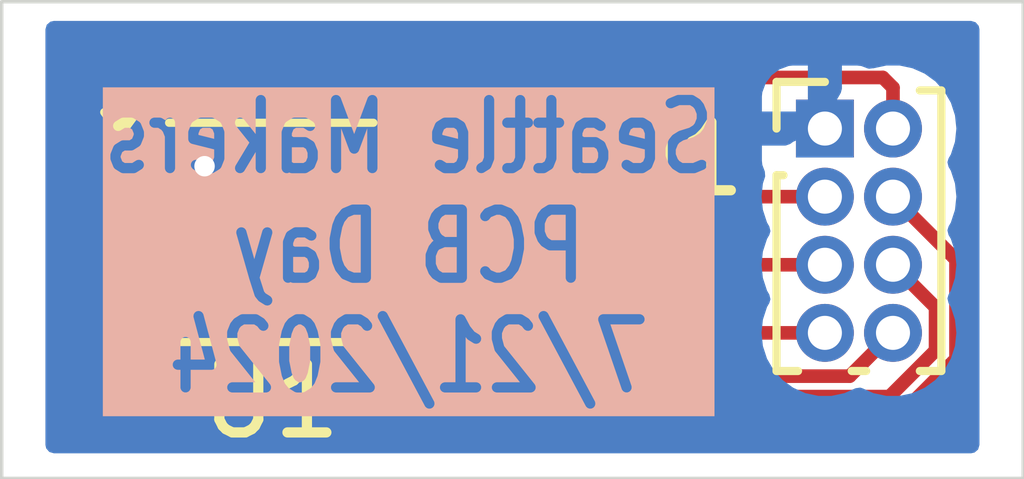
<source format=kicad_pcb>
(kicad_pcb (version 20240108) (generator "pcbnew") (generator_version "8.0")
  (layers (0 "F.Cu" signal) (31 "B.Cu" signal) (34 "B.Paste" user) (35 "F.Paste" user) (36 "B.SilkS" user "B.Silkscreen") (37 "F.SilkS" user "F.Silkscreen") (38 "B.Mask" user) (39 "F.Mask" user) (44 "Edge.Cuts" user))
  (net 0 "")
  (net 1 "/GP5")
  (net 2 "/GP1")
  (net 3 "/GP0")
  (net 4 "VCC")
  (net 5 "/GP2")
  (net 6 "/GP4")
  (net 7 "VDD")
  (net 8 "/GP3")
  (footprint "Connector_PinHeader_1.00mm:PinHeader_2x04_P1.00mm_Vertical" (layer "F.Cu") (at 99.448 71.498875)
    (property "Reference" "J1" (at -2.048 0.451 0) (layer "F.SilkS"))
    (property "Value" "Conn_02x04_Odd_Even" (hide yes))
    (fp_line (start -0.71 -0.685) (end 0 -0.685) (stroke (width 0.12)) (layer "F.SilkS"))
    (fp_line (start -0.71 0) (end -0.71 -0.685) (stroke (width 0.12)) (layer "F.SilkS"))
    (fp_line (start -0.71 0.685) (end -0.71 3.56) (stroke (width 0.12)) (layer "F.SilkS"))
    (fp_line (start -0.71 0.685) (end -0.608276 0.685) (stroke (width 0.12)) (layer "F.SilkS"))
    (fp_line (start -0.71 3.56) (end -0.394493 3.56) (stroke (width 0.12)) (layer "F.SilkS"))
    (fp_line (start 0.394493 3.56) (end 0.605507 3.56) (stroke (width 0.12)) (layer "F.SilkS"))
    (fp_line (start 1.394493 -0.56) (end 1.71 -0.56) (stroke (width 0.12)) (layer "F.SilkS"))
    (fp_line (start 1.394493 3.56) (end 1.71 3.56) (stroke (width 0.12)) (layer "F.SilkS"))
    (fp_line (start 1.71 -0.56) (end 1.71 3.56) (stroke (width 0.12)) (layer "F.SilkS"))
    (pad "1" thru_hole rect (at 0 0) (size 0.85 0.85) (drill 0.5) (layers "*.Cu" "*.Mask") (net 7 "VDD"))
    (pad "2" thru_hole oval (at 1 0) (size 0.85 0.85) (drill 0.5) (layers "*.Cu" "*.Mask") (net 1 "/GP5"))
    (pad "3" thru_hole oval (at 0 1) (size 0.85 0.85) (drill 0.5) (layers "*.Cu" "*.Mask") (net 6 "/GP4"))
    (pad "4" thru_hole oval (at 1 1) (size 0.85 0.85) (drill 0.5) (layers "*.Cu" "*.Mask") (net 8 "/GP3"))
    (pad "5" thru_hole oval (at 0 2) (size 0.85 0.85) (drill 0.5) (layers "*.Cu" "*.Mask") (net 5 "/GP2"))
    (pad "6" thru_hole oval (at 1 2) (size 0.85 0.85) (drill 0.5) (layers "*.Cu" "*.Mask") (net 2 "/GP1"))
    (pad "7" thru_hole oval (at 0 3) (size 0.85 0.85) (drill 0.5) (layers "*.Cu" "*.Mask") (net 3 "/GP0"))
    (pad "8" thru_hole oval (at 1 3) (size 0.85 0.85) (drill 0.5) (layers "*.Cu" "*.Mask") (net 4 "VCC"))
  )
  (footprint "Package_SO:MSOP-8_3x3mm_P0.65mm" (layer "F.Cu") (at 91.318 73.023875)
    (property "Reference" "U1" (at 0 2.482 0) (layer "F.SilkS"))
    (property "Value" "PIC12F683-xMS" (hide yes))
    (fp_line (start 0 -1.61) (end -1.5 -1.61) (stroke (width 0.12)) (layer "F.SilkS"))
    (fp_line (start 0 -1.61) (end 1.5 -1.61) (stroke (width 0.12)) (layer "F.SilkS"))
    (fp_line (start 0 1.61) (end -1.5 1.61) (stroke (width 0.12)) (layer "F.SilkS"))
    (fp_line (start 0 1.61) (end 1.5 1.61) (stroke (width 0.12)) (layer "F.SilkS"))
    (fp_poly (pts (xy -2.2125 -1.435) (xy -2.4525 -1.765) (xy -1.9725 -1.765) (xy -2.2125 -1.435)) (stroke (width 0.12)) (fill solid) (layer "F.SilkS"))
    (pad "1" smd roundrect (at -2.1125 -0.975) (size 1.625 0.4) (layers "F.Cu" "F.Paste" "F.Mask") (net 7 "VDD"))
    (pad "2" smd roundrect (at -2.1125 -0.325) (size 1.625 0.4) (layers "F.Cu" "F.Paste" "F.Mask") (net 1 "/GP5"))
    (pad "3" smd roundrect (at -2.1125 0.325) (size 1.625 0.4) (layers "F.Cu" "F.Paste" "F.Mask") (net 6 "/GP4"))
    (pad "4" smd roundrect (at -2.1125 0.975) (size 1.625 0.4) (layers "F.Cu" "F.Paste" "F.Mask") (net 8 "/GP3"))
    (pad "5" smd roundrect (at 2.1125 0.975) (size 1.625 0.4) (layers "F.Cu" "F.Paste" "F.Mask") (net 5 "/GP2"))
    (pad "6" smd roundrect (at 2.1125 0.325) (size 1.625 0.4) (layers "F.Cu" "F.Paste" "F.Mask") (net 2 "/GP1"))
    (pad "7" smd roundrect (at 2.1125 -0.325) (size 1.625 0.4) (layers "F.Cu" "F.Paste" "F.Mask") (net 3 "/GP0"))
    (pad "8" smd roundrect (at 2.1125 -0.975) (size 1.625 0.4) (layers "F.Cu" "F.Paste" "F.Mask") (net 4 "VCC"))
  )
  (gr_rect (start 87.36 69.636) (end 102.36 76.636) (stroke (width 0.05)) (fill none) (layer "Edge.Cuts"))
  (gr_text "Seattle Makers\nPCB Day\n7/21/2024" (at 93.336 75.429675 0) (layer "B.SilkS" knockout) (effects (font (size 1 0.8)) (justify bottom mirror)))
  (segment (start 89.265964 70.748875) (end 88.193 71.821839) (width 0.2) (layer "F.Cu") (net 1))
  (segment (start 100.448 71.498875) (end 100.448 70.897835) (width 0.2) (layer "F.Cu") (net 1))
  (segment (start 88.193 71.821839) (end 88.193 72.498874) (width 0.2) (layer "F.Cu") (net 1))
  (segment (start 100.29904 70.748875) (end 89.265964 70.748875) (width 0.2) (layer "F.Cu") (net 1))
  (segment (start 88.393001 72.698875) (end 89.2055 72.698875) (width 0.2) (layer "F.Cu") (net 1))
  (segment (start 88.193 72.498874) (end 88.393001 72.698875) (width 0.2) (layer "F.Cu") (net 1))
  (segment (start 100.448 70.897835) (end 100.29904 70.748875) (width 0.2) (layer "F.Cu") (net 1))
  (segment (start 100.448 73.498875) (end 101.073 74.123875) (width 0.2) (layer "F.Cu") (net 2))
  (segment (start 101.073 74.123875) (end 101.073 74.757759) (width 0.2) (layer "F.Cu") (net 2))
  (segment (start 100.396284 75.434475) (end 97.094286 75.434475) (width 0.2) (layer "F.Cu") (net 2))
  (segment (start 95.008686 73.348875) (end 93.4305 73.348875) (width 0.2) (layer "F.Cu") (net 2))
  (segment (start 97.094286 75.434475) (end 95.008686 73.348875) (width 0.2) (layer "F.Cu") (net 2))
  (segment (start 101.073 74.757759) (end 100.396284 75.434475) (width 0.2) (layer "F.Cu") (net 2))
  (segment (start 92.566527 71.648875) (end 92.318 71.897402) (width 0.2) (layer "F.Cu") (net 3))
  (segment (start 99.448 74.498875) (end 97.290058 74.498875) (width 0.2) (layer "F.Cu") (net 3))
  (segment (start 94.440058 71.648875) (end 92.566527 71.648875) (width 0.2) (layer "F.Cu") (net 3))
  (segment (start 97.290058 74.498875) (end 94.440058 71.648875) (width 0.2) (layer "F.Cu") (net 3))
  (segment (start 92.318 72.398874) (end 92.618001 72.698875) (width 0.2) (layer "F.Cu") (net 3))
  (segment (start 92.618001 72.698875) (end 93.4305 72.698875) (width 0.2) (layer "F.Cu") (net 3))
  (segment (start 92.318 71.897402) (end 92.318 72.398874) (width 0.2) (layer "F.Cu") (net 3))
  (segment (start 97.359971 75.134475) (end 94.274371 72.048875) (width 0.2) (layer "F.Cu") (net 4))
  (segment (start 99.8124 75.134475) (end 97.359971 75.134475) (width 0.2) (layer "F.Cu") (net 4))
  (segment (start 100.448 74.498875) (end 99.8124 75.134475) (width 0.2) (layer "F.Cu") (net 4))
  (segment (start 94.274371 72.048875) (end 93.4305 72.048875) (width 0.2) (layer "F.Cu") (net 4))
  (segment (start 92.591 73.998875) (end 93.4305 73.998875) (width 0.2) (layer "F.Cu") (net 5))
  (segment (start 92.006686 73.414561) (end 92.591 73.998875) (width 0.2) (layer "F.Cu") (net 5))
  (segment (start 92.006686 71.784452) (end 92.006686 73.414561) (width 0.2) (layer "F.Cu") (net 5))
  (segment (start 99.448 73.498875) (end 97.113314 73.498875) (width 0.2) (layer "F.Cu") (net 5))
  (segment (start 94.963314 71.348875) (end 92.442263 71.348875) (width 0.2) (layer "F.Cu") (net 5))
  (segment (start 92.442263 71.348875) (end 92.006686 71.784452) (width 0.2) (layer "F.Cu") (net 5))
  (segment (start 97.113314 73.498875) (end 94.963314 71.348875) (width 0.2) (layer "F.Cu") (net 5))
  (segment (start 92.317999 71.048875) (end 95.229 71.048875) (width 0.2) (layer "F.Cu") (net 6))
  (segment (start 90.017999 73.348875) (end 92.317999 71.048875) (width 0.2) (layer "F.Cu") (net 6))
  (segment (start 95.229 71.048875) (end 96.679 72.498875) (width 0.2) (layer "F.Cu") (net 6))
  (segment (start 89.2055 73.348875) (end 90.017999 73.348875) (width 0.2) (layer "F.Cu") (net 6))
  (segment (start 96.679 72.498875) (end 99.448 72.498875) (width 0.2) (layer "F.Cu") (net 6))
  (segment (start 90.3362 72.048875) (end 90.3388 72.051475) (width 0.2) (layer "F.Cu") (net 7))
  (segment (start 89.2055 72.048875) (end 90.3362 72.048875) (width 0.2) (layer "F.Cu") (net 7))
  (via (at 90.3388 72.051475) (size 0.6) (drill 0.3) (layers "F.Cu" "B.Cu") (net 7))
  (segment (start 96.6798 75.734475) (end 95.4442 74.498875) (width 0.2) (layer "F.Cu") (net 8))
  (segment (start 100.520548 75.734475) (end 96.6798 75.734475) (width 0.2) (layer "F.Cu") (net 8))
  (segment (start 101.373 74.882023) (end 100.520548 75.734475) (width 0.2) (layer "F.Cu") (net 8))
  (segment (start 89.7055 74.498875) (end 95.4442 74.498875) (width 0.2) (layer "F.Cu") (net 8))
  (segment (start 89.2055 73.998875) (end 89.7055 74.498875) (width 0.2) (layer "F.Cu") (net 8))
  (segment (start 100.448 72.498875) (end 101.373 73.423875) (width 0.2) (layer "F.Cu") (net 8))
  (segment (start 101.373 73.423875) (end 101.373 74.882023) (width 0.2) (layer "F.Cu") (net 8))
  (zone (net 7) (net_name "VDD") (layer "B.Cu") (connect_pads (clearance 0.5)) (min_thickness 0.25) (fill yes (thermal_gap 0.5) (thermal_bridge_width 0.5))
    (polygon (pts (xy 101.718 69.917875) (xy 101.718 76.267875) (xy 88.002 76.267875) (xy 88.002 69.917875)))
  )
)
</source>
